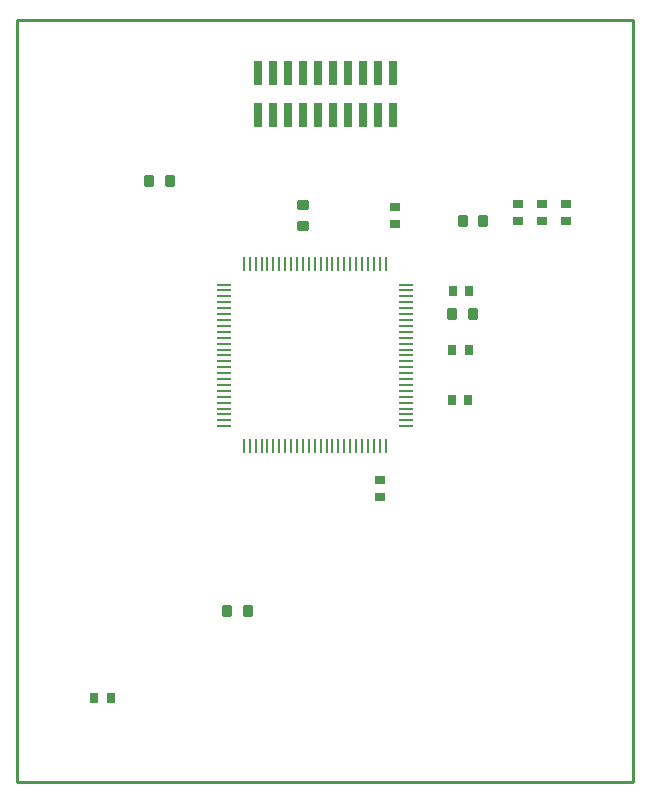
<source format=gtp>
G04*
G04 #@! TF.GenerationSoftware,Altium Limited,Altium Designer,18.1.9 (240)*
G04*
G04 Layer_Color=8421504*
%FSLAX25Y25*%
%MOIN*%
G70*
G01*
G75*
%ADD15C,0.01000*%
%ADD16R,0.02953X0.03740*%
G04:AMPARAMS|DCode=17|XSize=39.37mil|YSize=35.43mil|CornerRadius=4.43mil|HoleSize=0mil|Usage=FLASHONLY|Rotation=270.000|XOffset=0mil|YOffset=0mil|HoleType=Round|Shape=RoundedRectangle|*
%AMROUNDEDRECTD17*
21,1,0.03937,0.02657,0,0,270.0*
21,1,0.03051,0.03543,0,0,270.0*
1,1,0.00886,-0.01329,-0.01526*
1,1,0.00886,-0.01329,0.01526*
1,1,0.00886,0.01329,0.01526*
1,1,0.00886,0.01329,-0.01526*
%
%ADD17ROUNDEDRECTD17*%
%ADD18O,0.00780X0.05110*%
%ADD19O,0.05110X0.00780*%
G04:AMPARAMS|DCode=20|XSize=39.37mil|YSize=35.43mil|CornerRadius=4.43mil|HoleSize=0mil|Usage=FLASHONLY|Rotation=0.000|XOffset=0mil|YOffset=0mil|HoleType=Round|Shape=RoundedRectangle|*
%AMROUNDEDRECTD20*
21,1,0.03937,0.02657,0,0,0.0*
21,1,0.03051,0.03543,0,0,0.0*
1,1,0.00886,0.01526,-0.01329*
1,1,0.00886,-0.01526,-0.01329*
1,1,0.00886,-0.01526,0.01329*
1,1,0.00886,0.01526,0.01329*
%
%ADD20ROUNDEDRECTD20*%
%ADD21R,0.03740X0.02953*%
%ADD22R,0.02992X0.08071*%
D15*
X320000Y146500D02*
X525500D01*
Y400500D01*
X320000D02*
X525500D01*
X320000Y146500D02*
Y400500D01*
D16*
X351256Y174500D02*
D03*
X345744D02*
D03*
X470500Y274000D02*
D03*
X464988D02*
D03*
X470756Y310248D02*
D03*
X465244D02*
D03*
X470653Y290500D02*
D03*
X465142D02*
D03*
D17*
X396847Y203500D02*
D03*
X390154D02*
D03*
X468653Y333500D02*
D03*
X475347D02*
D03*
X465154Y302500D02*
D03*
X471846D02*
D03*
X370847Y347000D02*
D03*
X364154D02*
D03*
D18*
X442870Y258500D02*
D03*
X440902D02*
D03*
X438933D02*
D03*
X436965D02*
D03*
X434996D02*
D03*
X433028D02*
D03*
X431059D02*
D03*
X429090D02*
D03*
X427122D02*
D03*
X425153D02*
D03*
X423185D02*
D03*
X421216D02*
D03*
X419248D02*
D03*
X417279D02*
D03*
X415311D02*
D03*
X413343D02*
D03*
X411374D02*
D03*
X409406D02*
D03*
X407437D02*
D03*
X405469D02*
D03*
X403500D02*
D03*
X401532D02*
D03*
X399563D02*
D03*
X397594D02*
D03*
X395626D02*
D03*
Y319130D02*
D03*
X397594D02*
D03*
X399563D02*
D03*
X401532D02*
D03*
X403500D02*
D03*
X405469D02*
D03*
X407437D02*
D03*
X409406D02*
D03*
X411374D02*
D03*
X413343D02*
D03*
X415311D02*
D03*
X417279D02*
D03*
X419248D02*
D03*
X421216D02*
D03*
X423185D02*
D03*
X425153D02*
D03*
X427122D02*
D03*
X429090D02*
D03*
X431059D02*
D03*
X433028D02*
D03*
X434996D02*
D03*
X436965D02*
D03*
X438933D02*
D03*
X440902D02*
D03*
X442870D02*
D03*
D19*
X388933Y265193D02*
D03*
Y267161D02*
D03*
Y269130D02*
D03*
Y271098D02*
D03*
Y273067D02*
D03*
Y275035D02*
D03*
Y277004D02*
D03*
Y278972D02*
D03*
Y280941D02*
D03*
Y282909D02*
D03*
Y284878D02*
D03*
Y286846D02*
D03*
Y288815D02*
D03*
Y290784D02*
D03*
Y292752D02*
D03*
Y294721D02*
D03*
Y296689D02*
D03*
Y298657D02*
D03*
Y300626D02*
D03*
Y302594D02*
D03*
Y304563D02*
D03*
Y306532D02*
D03*
Y308500D02*
D03*
Y310469D02*
D03*
Y312437D02*
D03*
X449563D02*
D03*
Y310469D02*
D03*
Y308500D02*
D03*
Y306532D02*
D03*
Y304563D02*
D03*
Y302594D02*
D03*
Y300626D02*
D03*
Y298657D02*
D03*
Y296689D02*
D03*
Y294721D02*
D03*
Y292752D02*
D03*
Y290784D02*
D03*
Y288815D02*
D03*
Y286846D02*
D03*
Y284878D02*
D03*
Y282909D02*
D03*
Y280941D02*
D03*
Y278972D02*
D03*
Y277004D02*
D03*
Y275035D02*
D03*
Y273067D02*
D03*
Y271098D02*
D03*
Y269130D02*
D03*
Y267161D02*
D03*
Y265193D02*
D03*
D20*
X415311Y338815D02*
D03*
Y332122D02*
D03*
D21*
X446000Y332744D02*
D03*
Y338256D02*
D03*
X503000Y333744D02*
D03*
Y339256D02*
D03*
X495000Y333744D02*
D03*
Y339256D02*
D03*
X487000Y333744D02*
D03*
Y339256D02*
D03*
X440902Y247256D02*
D03*
Y241744D02*
D03*
D22*
X400311Y369024D02*
D03*
X405311D02*
D03*
X410311D02*
D03*
X415311D02*
D03*
X420311D02*
D03*
X400311Y383000D02*
D03*
X405311D02*
D03*
X410311D02*
D03*
X415311D02*
D03*
X420311D02*
D03*
X445311D02*
D03*
Y369024D02*
D03*
X440311Y383000D02*
D03*
Y369024D02*
D03*
X435311Y383000D02*
D03*
Y369024D02*
D03*
X430311Y383000D02*
D03*
Y369024D02*
D03*
X425311Y383000D02*
D03*
Y369024D02*
D03*
M02*

</source>
